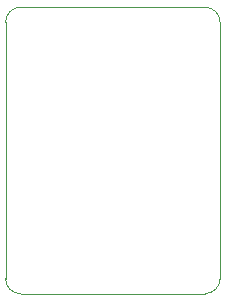
<source format=gko>
G04 Layer_Color=9147313*
%FSAX24Y24*%
%MOIN*%
G70*
G01*
G75*
%ADD31C,0.0010*%
D31*
X034300Y025200D02*
G03*
X034800Y024700I000500J000000D01*
G01*
X040950D02*
G03*
X041450Y025200I000000J000500D01*
G01*
Y033750D02*
G03*
X040950Y034250I-000500J000000D01*
G01*
X034800D02*
G03*
X034300Y033750I000000J-000500D01*
G01*
X034800Y034250D02*
X040950D01*
X041450Y025200D02*
Y033750D01*
X034300Y025200D02*
Y033750D01*
X034800Y024700D02*
X040950D01*
M02*

</source>
